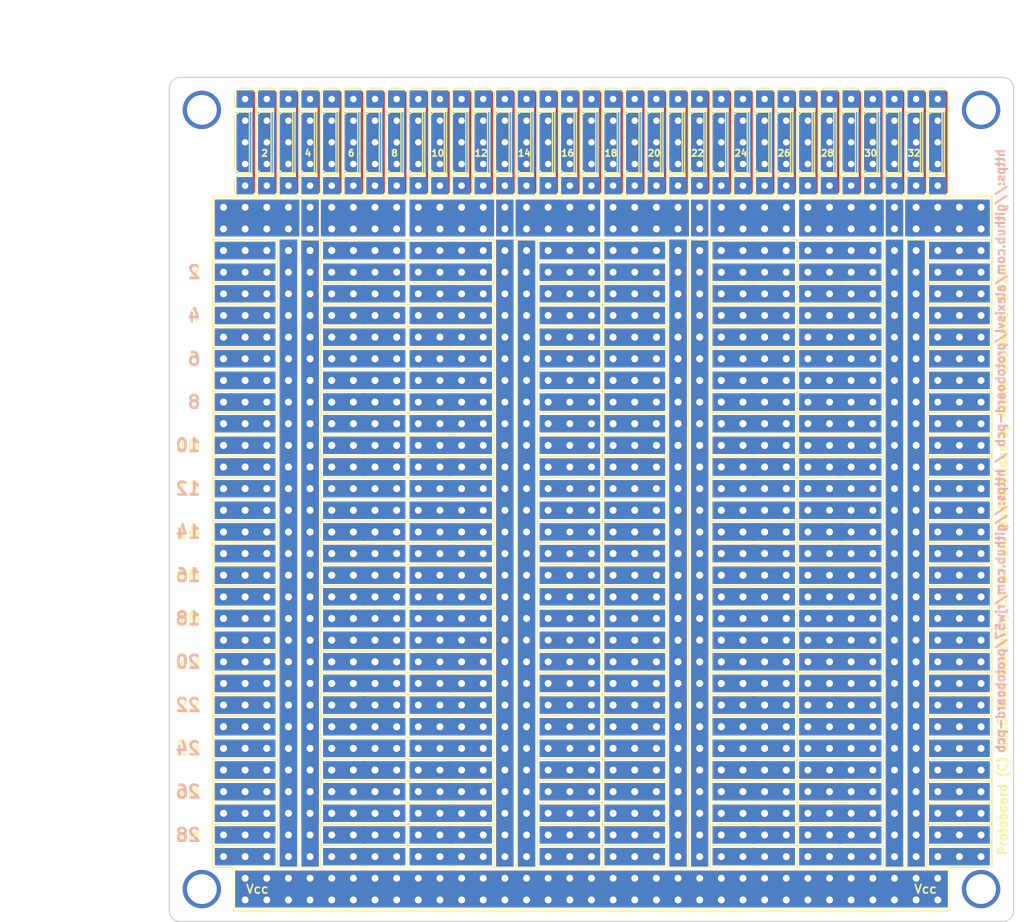
<source format=kicad_pcb>
(kicad_pcb (version 20221018) (generator pcbnew)
  (layers (0 "F.Cu" signal) (31 "B.Cu" signal) (34 "B.Paste" user) (35 "F.Paste" user) (36 "B.SilkS" user "B.Silkscreen") (37 "F.SilkS" user "F.Silkscreen") (38 "B.Mask" user) (39 "F.Mask" user) (44 "Edge.Cuts" user))
  (net 0 "")
  (footprint "generic-pcb:MountingHole_3-5mm" (layer "F.Cu") (at 101.6 46.99)
    (fp_text reference "REF**" hide)
    (fp_text value "MountingHole_3-5mm" hide)
  )
  (footprint "generic-pcb:MountingHole_3-5mm" (layer "F.Cu") (at 101.6 138.43)
    (fp_text reference "REF**" hide)
    (fp_text value "MountingHole_3-5mm" hide)
  )
  (footprint "generic-pcb:MountingHole_3-5mm" (layer "F.Cu") (at 193.04 138.43)
    (fp_text reference "REF**" hide)
    (fp_text value "MountingHole_3-5mm" hide)
  )
  (footprint "generic-pcb:MountingHole_3-5mm" (layer "F.Cu") (at 193.04 46.99)
    (fp_text reference "REF**" hide)
    (fp_text value "MountingHole_3-5mm" hide)
  )
  (footprint "generic-pcb:DIP-pads" (layer "F.Cu") (at 184.15 132.08 180)
    (fp_text reference "REF**10" hide)
    (fp_text value "DIP pads" hide)
  )
  (footprint "generic-pcb:DIP-pads" (layer "F.Cu") (at 184.15 129.54 180)
    (fp_text reference "REF**11" hide)
    (fp_text value "DIP pads" hide)
  )
  (footprint "generic-pcb:DIP-pads" (layer "F.Cu") (at 184.15 127 180)
    (fp_text reference "REF**12" hide)
    (fp_text value "DIP pads" hide)
  )
  (footprint "generic-pcb:DIP-pads" (layer "F.Cu") (at 184.15 124.46 180)
    (fp_text reference "REF**13" hide)
    (fp_text value "DIP pads" hide)
  )
  (footprint "generic-pcb:DIP-pads" (layer "F.Cu") (at 184.15 121.92 180)
    (fp_text reference "REF**14" hide)
    (fp_text value "DIP pads" hide)
  )
  (footprint "generic-pcb:DIP-pads" (layer "F.Cu") (at 184.15 119.38 180)
    (fp_text reference "REF**15" hide)
    (fp_text value "DIP pads" hide)
  )
  (footprint "generic-pcb:DIP-pads" (layer "F.Cu") (at 184.15 116.84 180)
    (fp_text reference "REF**16" hide)
    (fp_text value "DIP pads" hide)
  )
  (footprint "generic-pcb:DIP-pads" (layer "F.Cu") (at 184.15 114.3 180)
    (fp_text reference "REF**17" hide)
    (fp_text value "DIP pads" hide)
  )
  (footprint "generic-pcb:DIP-pads" (layer "F.Cu") (at 184.15 111.76 180)
    (fp_text reference "REF**18" hide)
    (fp_text value "DIP pads" hide)
  )
  (footprint "generic-pcb:DIP-pads" (layer "F.Cu") (at 184.15 109.22 180)
    (fp_text reference "REF**19" hide)
    (fp_text value "DIP pads" hide)
  )
  (footprint "generic-pcb:DIP-pads" (layer "F.Cu") (at 184.15 106.68 180)
    (fp_text reference "REF**20" hide)
    (fp_text value "DIP pads" hide)
  )
  (footprint "generic-pcb:DIP-pads" (layer "F.Cu") (at 184.15 104.14 180)
    (fp_text reference "REF**21" hide)
    (fp_text value "DIP pads" hide)
  )
  (footprint "generic-pcb:DIP-pads" (layer "F.Cu") (at 184.15 101.6 180)
    (fp_text reference "REF**22" hide)
    (fp_text value "DIP pads" hide)
  )
  (footprint "generic-pcb:DIP-pads" (layer "F.Cu") (at 184.15 99.06 180)
    (fp_text reference "REF**23" hide)
    (fp_text value "DIP pads" hide)
  )
  (footprint "generic-pcb:DIP-pads" (layer "F.Cu") (at 184.15 96.52 180)
    (fp_text reference "REF**24" hide)
    (fp_text value "DIP pads" hide)
  )
  (footprint "generic-pcb:DIP-pads" (layer "F.Cu") (at 184.15 93.98 180)
    (fp_text reference "REF**25" hide)
    (fp_text value "DIP pads" hide)
  )
  (footprint "generic-pcb:DIP-pads" (layer "F.Cu") (at 184.15 91.44 180)
    (fp_text reference "REF**26" hide)
    (fp_text value "DIP pads" hide)
  )
  (footprint "generic-pcb:DIP-pads" (layer "F.Cu") (at 184.15 88.9 180)
    (fp_text reference "REF**27" hide)
    (fp_text value "DIP pads" hide)
  )
  (footprint "generic-pcb:DIP-pads" (layer "F.Cu") (at 184.15 86.36 180)
    (fp_text reference "REF**28" hide)
    (fp_text value "DIP pads" hide)
  )
  (footprint "generic-pcb:DIP-pads" (layer "F.Cu") (at 184.15 83.82 180)
    (fp_text reference "REF**29" hide)
    (fp_text value "DIP pads" hide)
  )
  (footprint "generic-pcb:DIP-pads" (layer "F.Cu") (at 184.15 81.28 180)
    (fp_text reference "REF**30" hide)
    (fp_text value "DIP pads" hide)
  )
  (footprint "generic-pcb:DIP-pads" (layer "F.Cu") (at 184.15 78.74 180)
    (fp_text reference "REF**31" hide)
    (fp_text value "DIP pads" hide)
  )
  (footprint "generic-pcb:DIP-pads" (layer "F.Cu") (at 184.15 76.2 180)
    (fp_text reference "REF**32" hide)
    (fp_text value "DIP pads" hide)
  )
  (footprint "generic-pcb:DIP-pads" (layer "F.Cu") (at 184.15 73.66 180)
    (fp_text reference "REF**33" hide)
    (fp_text value "DIP pads" hide)
  )
  (footprint "generic-pcb:DIP-pads" (layer "F.Cu") (at 184.15 63.5 180)
    (fp_text reference "REF**34" hide)
    (fp_text value "DIP pads" hide)
  )
  (footprint "generic-pcb:DIP-pads-mirror" (layer "F.Cu") (at 158.75 134.62 180)
    (fp_text reference "REF**3" hide)
    (fp_text value "DIP pads" hide)
  )
  (footprint "generic-pcb:DIP-pads-mirror" (layer "F.Cu") (at 158.75 129.54 180)
    (fp_text reference "REF**4" hide)
    (fp_text value "DIP pads" hide)
  )
  (footprint "generic-pcb:DIP-pads-mirror" (layer "F.Cu") (at 158.75 127 180)
    (fp_text reference "REF**5" hide)
    (fp_text value "DIP pads" hide)
  )
  (footprint "generic-pcb:DIP-pads-mirror" (layer "F.Cu") (at 158.75 124.46 180)
    (fp_text reference "REF**6" hide)
    (fp_text value "DIP pads" hide)
  )
  (footprint "generic-pcb:DIP-pads-mirror" (layer "F.Cu") (at 158.75 121.92 180)
    (fp_text reference "REF**7" hide)
    (fp_text value "DIP pads" hide)
  )
  (footprint "generic-pcb:DIP-pads-mirror" (layer "F.Cu") (at 158.75 119.38 180)
    (fp_text reference "REF**8" hide)
    (fp_text value "DIP pads" hide)
  )
  (footprint "generic-pcb:DIP-pads-mirror" (layer "F.Cu") (at 158.75 116.84 180)
    (fp_text reference "REF**9" hide)
    (fp_text value "DIP pads" hide)
  )
  (footprint "generic-pcb:DIP-pads-mirror" (layer "F.Cu") (at 158.75 114.3 180)
    (fp_text reference "REF**10" hide)
    (fp_text value "DIP pads" hide)
  )
  (footprint "generic-pcb:DIP-pads-mirror" (layer "F.Cu") (at 158.75 111.76 180)
    (fp_text reference "REF**11" hide)
    (fp_text value "DIP pads" hide)
  )
  (footprint "generic-pcb:DIP-pads-mirror" (layer "F.Cu") (at 158.75 109.22 180)
    (fp_text reference "REF**12" hide)
    (fp_text value "DIP pads" hide)
  )
  (footprint "generic-pcb:DIP-pads-mirror" (layer "F.Cu") (at 158.75 106.68 180)
    (fp_text reference "REF**13" hide)
    (fp_text value "DIP pads" hide)
  )
  (footprint "generic-pcb:DIP-pads-mirror" (layer "F.Cu") (at 158.75 104.14 180)
    (fp_text reference "REF**14" hide)
    (fp_text value "DIP pads" hide)
  )
  (footprint "generic-pcb:DIP-pads-mirror" (layer "F.Cu") (at 158.75 101.6 180)
    (fp_text reference "REF**15" hide)
    (fp_text value "DIP pads" hide)
  )
  (footprint "generic-pcb:DIP-pads-mirror" (layer "F.Cu") (at 158.75 99.06 180)
    (fp_text reference "REF**16" hide)
    (fp_text value "DIP pads" hide)
  )
  (footprint "generic-pcb:DIP-pads-mirror" (layer "F.Cu") (at 158.75 96.52 180)
    (fp_text reference "REF**17" hide)
    (fp_text value "DIP pads" hide)
  )
  (footprint "generic-pcb:DIP-pads-mirror" (layer "F.Cu") (at 158.75 93.98 180)
    (fp_text reference "REF**18" hide)
    (fp_text value "DIP pads" hide)
  )
  (footprint "generic-pcb:DIP-pads-mirror" (layer "F.Cu") (at 158.75 91.44 180)
    (fp_text reference "REF**19" hide)
    (fp_text value "DIP pads" hide)
  )
  (footprint "generic-pcb:DIP-pads-mirror" (layer "F.Cu") (at 158.75 88.9 180)
    (fp_text reference "REF**20" hide)
    (fp_text value "DIP pads" hide)
  )
  (footprint "generic-pcb:DIP-pads-mirror" (layer "F.Cu") (at 158.75 86.36 180)
    (fp_text reference "REF**21" hide)
    (fp_text value "DIP pads" hide)
  )
  (footprint "generic-pcb:DIP-pads-mirror" (layer "F.Cu") (at 158.75 83.82 180)
    (fp_text reference "REF**22" hide)
    (fp_text value "DIP pads" hide)
  )
  (footprint "generic-pcb:DIP-pads-mirror" (layer "F.Cu") (at 158.75 81.28 180)
    (fp_text reference "REF**23" hide)
    (fp_text value "DIP pads" hide)
  )
  (footprint "generic-pcb:DIP-pads-mirror" (layer "F.Cu") (at 158.75 78.74 180)
    (fp_text reference "REF**24" hide)
    (fp_text value "DIP pads" hide)
  )
  (footprint "generic-pcb:DIP-pads-mirror" (layer "F.Cu") (at 158.75 76.2 180)
    (fp_text reference "REF**25" hide)
    (fp_text value "DIP pads" hide)
  )
  (footprint "generic-pcb:DIP-pads-mirror" (layer "F.Cu") (at 158.75 73.66 180)
    (fp_text reference "REF**26" hide)
    (fp_text value "DIP pads" hide)
  )
  (footprint "generic-pcb:DIP-pads-mirror" (layer "F.Cu") (at 158.75 63.5 180)
    (fp_text reference "REF**27" hide)
    (fp_text value "DIP pads" hide)
  )
  (footprint "generic-pcb:DIP-pads-mirror" (layer "F.Cu") (at 158.75 63.5 180)
    (fp_text reference "REF**27" hide)
    (fp_text value "DIP pads" hide)
  )
  (footprint "generic-pcb:DIP-pads-mirror" (layer "F.Cu") (at 158.75 73.66 180)
    (fp_text reference "REF**26" hide)
    (fp_text value "DIP pads" hide)
  )
  (footprint "generic-pcb:DIP-pads-mirror" (layer "F.Cu") (at 158.75 76.2 180)
    (fp_text reference "REF**25" hide)
    (fp_text value "DIP pads" hide)
  )
  (footprint "generic-pcb:DIP-pads-mirror" (layer "F.Cu") (at 158.75 78.74 180)
    (fp_text reference "REF**24" hide)
    (fp_text value "DIP pads" hide)
  )
  (footprint "generic-pcb:DIP-pads-mirror" (layer "F.Cu") (at 158.75 81.28 180)
    (fp_text reference "REF**23" hide)
    (fp_text value "DIP pads" hide)
  )
  (footprint "generic-pcb:DIP-pads-mirror" (layer "F.Cu") (at 158.75 83.82 180)
    (fp_text reference "REF**22" hide)
    (fp_text value "DIP pads" hide)
  )
  (footprint "generic-pcb:DIP-pads-mirror" (layer "F.Cu") (at 158.75 86.36 180)
    (fp_text reference "REF**21" hide)
    (fp_text value "DIP pads" hide)
  )
  (footprint "generic-pcb:DIP-pads-mirror" (layer "F.Cu") (at 158.75 88.9 180)
    (fp_text reference "REF**20" hide)
    (fp_text value "DIP pads" hide)
  )
  (footprint "generic-pcb:DIP-pads-mirror" (layer "F.Cu") (at 158.75 91.44 180)
    (fp_text reference "REF**19" hide)
    (fp_text value "DIP pads" hide)
  )
  (footprint "generic-pcb:DIP-pads-mirror" (layer "F.Cu") (at 158.75 93.98 180)
    (fp_text reference "REF**18" hide)
    (fp_text value "DIP pads" hide)
  )
  (footprint "generic-pcb:DIP-pads-mirror" (layer "F.Cu") (at 158.75 96.52 180)
    (fp_text reference "REF**17" hide)
    (fp_text value "DIP pads" hide)
  )
  (footprint "generic-pcb:DIP-pads-mirror" (layer "F.Cu") (at 158.75 99.06 180)
    (fp_text reference "REF**16" hide)
    (fp_text value "DIP pads" hide)
  )
  (footprint "generic-pcb:DIP-pads-mirror" (layer "F.Cu") (at 158.75 101.6 180)
    (fp_text reference "REF**15" hide)
    (fp_text value "DIP pads" hide)
  )
  (footprint "generic-pcb:DIP-pads-mirror" (layer "F.Cu") (at 158.75 104.14 180)
    (fp_text reference "REF**14" hide)
    (fp_text value "DIP pads" hide)
  )
  (footprint "generic-pcb:DIP-pads-mirror" (layer "F.Cu") (at 158.75 106.68 180)
    (fp_text reference "REF**13" hide)
    (fp_text value "DIP pads" hide)
  )
  (footprint "generic-pcb:DIP-pads-mirror" (layer "F.Cu") (at 158.75 109.22 180)
    (fp_text reference "REF**12" hide)
    (fp_text value "DIP pads" hide)
  )
  (footprint "generic-pcb:DIP-pads-mirror" (layer "F.Cu") (at 158.75 111.76 180)
    (fp_text reference "REF**11" hide)
    (fp_text value "DIP pads" hide)
  )
  (footprint "generic-pcb:DIP-pads-mirror" (layer "F.Cu") (at 158.75 114.3 180)
    (fp_text reference "REF**10" hide)
    (fp_text value "DIP pads" hide)
  )
  (footprint "generic-pcb:DIP-pads-mirror" (layer "F.Cu") (at 158.75 116.84 180)
    (fp_text reference "REF**9" hide)
    (fp_text value "DIP pads" hide)
  )
  (footprint "generic-pcb:DIP-pads-mirror" (layer "F.Cu") (at 158.75 119.38 180)
    (fp_text reference "REF**8" hide)
    (fp_text value "DIP pads" hide)
  )
  (footprint "generic-pcb:DIP-pads-mirror" (layer "F.Cu") (at 158.75 121.92 180)
    (fp_text reference "REF**7" hide)
    (fp_text value "DIP pads" hide)
  )
  (footprint "generic-pcb:DIP-pads-mirror" (layer "F.Cu") (at 158.75 124.46 180)
    (fp_text reference "REF**6" hide)
    (fp_text value "DIP pads" hide)
  )
  (footprint "generic-pcb:DIP-pads-mirror" (layer "F.Cu") (at 158.75 127 180)
    (fp_text reference "REF**5" hide)
    (fp_text value "DIP pads" hide)
  )
  (footprint "generic-pcb:DIP-pads-mirror" (layer "F.Cu") (at 158.75 129.54 180)
    (fp_text reference "REF**4" hide)
    (fp_text value "DIP pads" hide)
  )
  (footprint "generic-pcb:DIP-pads-mirror" (layer "F.Cu") (at 158.75 132.08 180)
    (fp_text reference "REF**3" hide)
    (fp_text value "DIP pads" hide)
  )
  (footprint "generic-pcb:DIP-pads-mirror" (layer "F.Cu") (at 113.03 134.62 180)
    (fp_text reference "REF**3" hide)
    (fp_text value "DIP pads" hide)
  )
  (footprint "generic-pcb:DIP-pads-mirror" (layer "F.Cu") (at 113.03 129.54 180)
    (fp_text reference "REF**4" hide)
    (fp_text value "DIP pads" hide)
  )
  (footprint "generic-pcb:DIP-pads-mirror" (layer "F.Cu") (at 113.03 127 180)
    (fp_text reference "REF**5" hide)
    (fp_text value "DIP pads" hide)
  )
  (footprint "generic-pcb:DIP-pads-mirror" (layer "F.Cu") (at 113.03 124.46 180)
    (fp_text reference "REF**6" hide)
    (fp_text value "DIP pads" hide)
  )
  (footprint "generic-pcb:DIP-pads-mirror" (layer "F.Cu") (at 113.03 121.92 180)
    (fp_text reference "REF**7" hide)
    (fp_text value "DIP pads" hide)
  )
  (footprint "generic-pcb:DIP-pads-mirror" (layer "F.Cu") (at 113.03 119.38 180)
    (fp_text reference "REF**8" hide)
    (fp_text value "DIP pads" hide)
  )
  (footprint "generic-pcb:DIP-pads-mirror" (layer "F.Cu") (at 113.03 116.84 180)
    (fp_text reference "REF**9" hide)
    (fp_text value "DIP pads" hide)
  )
  (footprint "generic-pcb:DIP-pads-mirror" (layer "F.Cu") (at 113.03 114.3 180)
    (fp_text reference "REF**10" hide)
    (fp_text value "DIP pads" hide)
  )
  (footprint "generic-pcb:DIP-pads-mirror" (layer "F.Cu") (at 113.03 111.76 180)
    (fp_text reference "REF**11" hide)
    (fp_text value "DIP pads" hide)
  )
  (footprint "generic-pcb:DIP-pads-mirror" (layer "F.Cu") (at 113.03 109.22 180)
    (fp_text reference "REF**12" hide)
    (fp_text value "DIP pads" hide)
  )
  (footprint "generic-pcb:DIP-pads-mirror" (layer "F.Cu") (at 113.03 106.68 180)
    (fp_text reference "REF**13" hide)
    (fp_text value "DIP pads" hide)
  )
  (footprint "generic-pcb:DIP-pads-mirror" (layer "F.Cu") (at 113.03 104.14 180)
    (fp_text reference "REF**14" hide)
    (fp_text value "DIP pads" hide)
  )
  (footprint "generic-pcb:DIP-pads-mirror" (layer "F.Cu") (at 113.03 101.6 180)
    (fp_text reference "REF**15" hide)
    (fp_text value "DIP pads" hide)
  )
  (footprint "generic-pcb:DIP-pads-mirror" (layer "F.Cu") (at 113.03 99.06 180)
    (fp_text reference "REF**16" hide)
    (fp_text value "DIP pads" hide)
  )
  (footprint "generic-pcb:DIP-pads-mirror" (layer "F.Cu") (at 113.03 96.52 180)
    (fp_text reference "REF**17" hide)
    (fp_text value "DIP pads" hide)
  )
  (footprint "generic-pcb:DIP-pads-mirror" (layer "F.Cu") (at 113.03 93.98 180)
    (fp_text reference "REF**18" hide)
    (fp_text value "DIP pads" hide)
  )
  (footprint "generic-pcb:DIP-pads-mirror" (layer "F.Cu") (at 113.03 91.44 180)
    (fp_text reference "REF**19" hide)
    (fp_text value "DIP pads" hide)
  )
  (footprint "generic-pcb:DIP-pads-mirror" (layer "F.Cu") (at 113.03 88.9 180)
    (fp_text reference "REF**20" hide)
    (fp_text value "DIP pads" hide)
  )
  (footprint "generic-pcb:DIP-pads-mirror" (layer "F.Cu") (at 113.03 86.36 180)
    (fp_text reference "REF**21" hide)
    (fp_text value "DIP pads" hide)
  )
  (footprint "generic-pcb:DIP-pads-mirror" (layer "F.Cu") (at 113.03 83.82 180)
    (fp_text reference "REF**22" hide)
    (fp_text value "DIP pads" hide)
  )
  (footprint "generic-pcb:DIP-pads-mirror" (layer "F.Cu") (at 113.03 81.28 180)
    (fp_text reference "REF**23" hide)
    (fp_text value "DIP pads" hide)
  )
  (footprint "generic-pcb:DIP-pads-mirror" (layer "F.Cu") (at 113.03 78.74 180)
    (fp_text reference "REF**24" hide)
    (fp_text value "DIP pads" hide)
  )
  (footprint "generic-pcb:DIP-pads-mirror" (layer "F.Cu") (at 113.03 76.2 180)
    (fp_text reference "REF**25" hide)
    (fp_text value "DIP pads" hide)
  )
  (footprint "generic-pcb:DIP-pads-mirror" (layer "F.Cu") (at 113.03 73.66 180)
    (fp_text reference "REF**26" hide)
    (fp_text value "DIP pads" hide)
  )
  (footprint "generic-pcb:DIP-pads-mirror" (layer "F.Cu") (at 113.03 63.5 180)
    (fp_text reference "REF**27" hide)
    (fp_text value "DIP pads" hide)
  )
  (footprint "generic-pcb:DIP-pads-mirror" (layer "F.Cu") (at 113.03 63.5 180)
    (fp_text reference "REF**27" hide)
    (fp_text value "DIP pads" hide)
  )
  (footprint "generic-pcb:DIP-pads-mirror" (layer "F.Cu") (at 113.03 73.66 180)
    (fp_text reference "REF**26" hide)
    (fp_text value "DIP pads" hide)
  )
  (footprint "generic-pcb:DIP-pads-mirror" (layer "F.Cu") (at 113.03 76.2 180)
    (fp_text reference "REF**25" hide)
    (fp_text value "DIP pads" hide)
  )
  (footprint "generic-pcb:DIP-pads-mirror" (layer "F.Cu") (at 113.03 78.74 180)
    (fp_text reference "REF**24" hide)
    (fp_text value "DIP pads" hide)
  )
  (footprint "generic-pcb:DIP-pads-mirror" (layer "F.Cu") (at 113.03 81.28 180)
    (fp_text reference "REF**23" hide)
    (fp_text value "DIP pads" hide)
  )
  (footprint "generic-pcb:DIP-pads-mirror" (layer "F.Cu") (at 113.03 83.82 180)
    (fp_text reference "REF**22" hide)
    (fp_text value "DIP pads" hide)
  )
  (footprint "generic-pcb:DIP-pads-mirror" (layer "F.Cu") (at 113.03 86.36 180)
    (fp_text reference "REF**21" hide)
    (fp_text value "DIP pads" hide)
  )
  (footprint "generic-pcb:DIP-pads-mirror" (layer "F.Cu") (at 113.03 88.9 180)
    (fp_text reference "REF**20" hide)
    (fp_text value "DIP pads" hide)
  )
  (footprint "generic-pcb:DIP-pads-mirror" (layer "F.Cu") (at 113.03 91.44 180)
    (fp_text reference "REF**19" hide)
    (fp_text value "DIP pads" hide)
  )
  (footprint "generic-pcb:DIP-pads-mirror" (layer "F.Cu") (at 113.03 93.98 180)
    (fp_text reference "REF**18" hide)
    (fp_text value "DIP pads" hide)
  )
  (footprint "generic-pcb:DIP-pads-mirror" (layer "F.Cu") (at 113.03 96.52 180)
    (fp_text reference "REF**17" hide)
    (fp_text value "DIP pads" hide)
  )
  (footprint "generic-pcb:DIP-pads-mirror" (layer "F.Cu") (at 113.03 99.06 180)
    (fp_text reference "REF**16" hide)
    (fp_text value "DIP pads" hide)
  )
  (footprint "generic-pcb:DIP-pads-mirror" (layer "F.Cu") (at 113.03 101.6 180)
    (fp_text reference "REF**15" hide)
    (fp_text value "DIP pads" hide)
  )
  (footprint "generic-pcb:DIP-pads-mirror" (layer "F.Cu") (at 113.03 104.14 180)
    (fp_text reference "REF**14" hide)
    (fp_text value "DIP pads" hide)
  )
  (footprint "generic-pcb:DIP-pads-mirror" (layer "F.Cu") (at 113.03 106.68 180)
    (fp_text reference "REF**13" hide)
    (fp_text value "DIP pads" hide)
  )
  (footprint "generic-pcb:DIP-pads-mirror" (layer "F.Cu") (at 113.03 109.22 180)
    (fp_text reference "REF**12" hide)
    (fp_text value "DIP pads" hide)
  )
  (footprint "generic-pcb:DIP-pads-mirror" (layer "F.Cu") (at 113.03 111.76 180)
    (fp_text reference "REF**11" hide)
    (fp_text value "DIP pads" hide)
  )
  (footprint "generic-pcb:DIP-pads-mirror" (layer "F.Cu") (at 113.03 114.3 180)
    (fp_text reference "REF**10" hide)
    (fp_text value "DIP pads" hide)
  )
  (footprint "generic-pcb:DIP-pads-mirror" (layer "F.Cu") (at 113.03 116.84 180)
    (fp_text reference "REF**9" hide)
    (fp_text value "DIP pads" hide)
  )
  (footprint "generic-pcb:DIP-pads-mirror" (layer "F.Cu") (at 113.03 119.38 180)
    (fp_text reference "REF**8" hide)
    (fp_text value "DIP pads" hide)
  )
  (footprint "generic-pcb:DIP-pads-mirror" (layer "F.Cu") (at 113.03 121.92 180)
    (fp_text reference "REF**7" hide)
    (fp_text value "DIP pads" hide)
  )
  (footprint "generic-pcb:DIP-pads-mirror" (layer "F.Cu") (at 113.03 124.46 180)
    (fp_text reference "REF**6" hide)
    (fp_text value "DIP pads" hide)
  )
  (footprint "generic-pcb:DIP-pads-mirror" (layer "F.Cu") (at 113.03 127 180)
    (fp_text reference "REF**5" hide)
    (fp_text value "DIP pads" hide)
  )
  (footprint "generic-pcb:DIP-pads-mirror" (layer "F.Cu") (at 113.03 129.54 180)
    (fp_text reference "REF**4" hide)
    (fp_text value "DIP pads" hide)
  )
  (footprint "generic-pcb:DIP-pads-mirror" (layer "F.Cu") (at 113.03 132.08 180)
    (fp_text reference "REF**3" hide)
    (fp_text value "DIP pads" hide)
  )
  (footprint "generic-pcb:DIP-pads" (layer "F.Cu") (at 138.43 63.5 180)
    (fp_text reference "REF**34" hide)
    (fp_text value "DIP pads" hide)
  )
  (footprint "generic-pcb:DIP-pads" (layer "F.Cu") (at 138.43 73.66 180)
    (fp_text reference "REF**33" hide)
    (fp_text value "DIP pads" hide)
  )
  (footprint "generic-pcb:DIP-pads" (layer "F.Cu") (at 138.43 76.2 180)
    (fp_text reference "REF**32" hide)
    (fp_text value "DIP pads" hide)
  )
  (footprint "generic-pcb:DIP-pads" (layer "F.Cu") (at 138.43 78.74 180)
    (fp_text reference "REF**31" hide)
    (fp_text value "DIP pads" hide)
  )
  (footprint "generic-pcb:DIP-pads" (layer "F.Cu") (at 138.43 81.28 180)
    (fp_text reference "REF**30" hide)
    (fp_text value "DIP pads" hide)
  )
  (footprint "generic-pcb:DIP-pads" (layer "F.Cu") (at 138.43 83.82 180)
    (fp_text reference "REF**29" hide)
    (fp_text value "DIP pads" hide)
  )
  (footprint "generic-pcb:DIP-pads" (layer "F.Cu") (at 138.43 86.36 180)
    (fp_text reference "REF**28" hide)
    (fp_text value "DIP pads" hide)
  )
  (footprint "generic-pcb:DIP-pads" (layer "F.Cu") (at 138.43 88.9 180)
    (fp_text reference "REF**27" hide)
    (fp_text value "DIP pads" hide)
  )
  (footprint "generic-pcb:DIP-pads" (layer "F.Cu") (at 138.43 91.44 180)
    (fp_text reference "REF**26" hide)
    (fp_text value "DIP pads" hide)
  )
  (footprint "generic-pcb:DIP-pads" (layer "F.Cu") (at 138.43 93.98 180)
    (fp_text reference "REF**25" hide)
    (fp_text value "DIP pads" hide)
  )
  (footprint "generic-pcb:DIP-pads" (layer "F.Cu") (at 138.43 96.52 180)
    (fp_text reference "REF**24" hide)
    (fp_text value "DIP pads" hide)
  )
  (footprint "generic-pcb:DIP-pads" (layer "F.Cu") (at 138.43 99.06 180)
    (fp_text reference "REF**23" hide)
    (fp_text value "DIP pads" hide)
  )
  (footprint "generic-pcb:DIP-pads" (layer "F.Cu") (at 138.43 101.6 180)
    (fp_text reference "REF**22" hide)
    (fp_text value "DIP pads" hide)
  )
  (footprint "generic-pcb:DIP-pads" (layer "F.Cu") (at 138.43 104.14 180)
    (fp_text reference "REF**21" hide)
    (fp_text value "DIP pads" hide)
  )
  (footprint "generic-pcb:DIP-pads" (layer "F.Cu") (at 138.43 106.68 180)
    (fp_text reference "REF**20" hide)
    (fp_text value "DIP pads" hide)
  )
  (footprint "generic-pcb:DIP-pads" (layer "F.Cu") (at 138.43 109.22 180)
    (fp_text reference "REF**19" hide)
    (fp_text value "DIP pads" hide)
  )
  (footprint "generic-pcb:DIP-pads" (layer "F.Cu") (at 138.43 111.76 180)
    (fp_text reference "REF**18" hide)
    (fp_text value "DIP pads" hide)
  )
  (footprint "generic-pcb:DIP-pads" (layer "F.Cu") (at 138.43 114.3 180)
    (fp_text reference "REF**17" hide)
    (fp_text value "DIP pads" hide)
  )
  (footprint "generic-pcb:DIP-pads" (layer "F.Cu") (at 138.43 116.84 180)
    (fp_text reference "REF**16" hide)
    (fp_text value "DIP pads" hide)
  )
  (footprint "generic-pcb:DIP-pads" (layer "F.Cu") (at 138.43 119.38 180)
    (fp_text reference "REF**15" hide)
    (fp_text value "DIP pads" hide)
  )
  (footprint "generic-pcb:DIP-pads" (layer "F.Cu") (at 138.43 121.92 180)
    (fp_text reference "REF**14" hide)
    (fp_text value "DIP pads" hide)
  )
  (footprint "generic-pcb:DIP-pads" (layer "F.Cu") (at 138.43 124.46 180)
    (fp_text reference "REF**13" hide)
    (fp_text value "DIP pads" hide)
  )
  (footprint "generic-pcb:DIP-pads" (layer "F.Cu") (at 138.43 127 180)
    (fp_text reference "REF**12" hide)
    (fp_text value "DIP pads" hide)
  )
  (footprint "generic-pcb:DIP-pads" (layer "F.Cu") (at 138.43 129.54 180)
    (fp_text reference "REF**11" hide)
    (fp_text value "DIP pads" hide)
  )
  (footprint "generic-pcb:DIP-pads" (layer "F.Cu") (at 138.43 132.08 180)
    (fp_text reference "REF**10" hide)
    (fp_text value "DIP pads" hide)
  )
  (footprint "generic-pcb:pin-connector" (layer "F.Cu") (at 106.68 49.53)
    (fp_text reference "REF**1" hide)
    (fp_text value "pin connector" hide)
  )
  (footprint "generic-pcb:pin-connector" (layer "F.Cu") (at 109.22 49.53)
    (fp_text reference "REF**2" hide)
    (fp_text value "pin connector" hide)
  )
  (footprint "generic-pcb:pin-connector" (layer "F.Cu") (at 111.76 49.53)
    (fp_text reference "REF**3" hide)
    (fp_text value "pin connector" hide)
  )
  (footprint "generic-pcb:pin-connector" (layer "F.Cu") (at 114.3 49.53)
    (fp_text reference "REF**4" hide)
    (fp_text value "pin connector" hide)
  )
  (footprint "generic-pcb:pin-connector" (layer "F.Cu") (at 116.84 49.53)
    (fp_text reference "REF**5" hide)
    (fp_text value "pin connector" hide)
  )
  (footprint "generic-pcb:pin-connector" (layer "F.Cu") (at 119.38 49.53)
    (fp_text reference "REF**6" hide)
    (fp_text value "pin connector" hide)
  )
  (footprint "generic-pcb:pin-connector" (layer "F.Cu") (at 121.92 49.53)
    (fp_text reference "REF**7" hide)
    (fp_text value "pin connector" hide)
  )
  (footprint "generic-pcb:pin-connector" (layer "F.Cu") (at 124.46 49.53)
    (fp_text reference "REF**8" hide)
    (fp_text value "pin connector" hide)
  )
  (footprint "generic-pcb:pin-connector" (layer "F.Cu") (at 127 49.53)
    (fp_text reference "REF**9" hide)
    (fp_text value "pin connector" hide)
  )
  (footprint "generic-pcb:pin-connector" (layer "F.Cu") (at 129.54 49.53)
    (fp_text reference "REF**10" hide)
    (fp_text value "pin connector" hide)
  )
  (footprint "generic-pcb:pin-connector" (layer "F.Cu") (at 132.08 49.53)
    (fp_text reference "REF**11" hide)
    (fp_text value "pin connector" hide)
  )
  (footprint "generic-pcb:pin-connector" (layer "F.Cu") (at 134.62 49.53)
    (fp_text reference "REF**12" hide)
    (fp_text value "pin connector" hide)
  )
  (footprint "generic-pcb:pin-connector" (layer "F.Cu") (at 137.16 49.53)
    (fp_text reference "REF**13" hide)
    (fp_text value "pin connector" hide)
  )
  (footprint "generic-pcb:pin-connector" (layer "F.Cu") (at 139.7 49.53)
    (fp_text reference "REF**14" hide)
    (fp_text value "pin connector" hide)
  )
  (footprint "generic-pcb:pin-connector" (layer "F.Cu") (at 142.24 49.53)
    (fp_text reference "REF**15" hide)
    (fp_text value "pin connector" hide)
  )
  (footprint "generic-pcb:pin-connector" (layer "F.Cu") (at 144.78 49.53)
    (fp_text reference "REF**16" hide)
    (fp_text value "pin connector" hide)
  )
  (footprint "generic-pcb:pin-connector" (layer "F.Cu") (at 147.32 49.53)
    (fp_text reference "REF**17" hide)
    (fp_text value "pin connector" hide)
  )
  (footprint "generic-pcb:pin-connector" (layer "F.Cu") (at 149.86 49.53)
    (fp_text reference "REF**18" hide)
    (fp_text value "pin connector" hide)
  )
  (footprint "generic-pcb:pin-connector" (layer "F.Cu") (at 152.4 49.53)
    (fp_text reference "REF**19" hide)
    (fp_text value "pin connector" hide)
  )
  (footprint "generic-pcb:pin-connector" (layer "F.Cu") (at 154.94 49.53)
    (fp_text reference "REF**20" hide)
    (fp_text value "pin connector" hide)
  )
  (footprint "generic-pcb:pin-connector" (layer "F.Cu") (at 157.48 49.53)
    (fp_text reference "REF**21" hide)
    (fp_text value "pin connector" hide)
  )
  (footprint "generic-pcb:pin-connector" (layer "F.Cu") (at 160.02 49.53)
    (fp_text reference "REF**22" hide)
    (fp_text value "pin connector" hide)
  )
  (footprint "generic-pcb:pin-connector" (layer "F.Cu") (at 162.56 49.53)
    (fp_text reference "REF**23" hide)
    (fp_text value "pin connector" hide)
  )
  (footprint "generic-pcb:pin-connector" (layer "F.Cu") (at 165.1 49.53)
    (fp_text reference "REF**24" hide)
    (fp_text value "pin connector" hide)
  )
  (footprint "generic-pcb:pin-connector" (layer "F.Cu") (at 167.64 49.53)
    (fp_text reference "REF**25" hide)
    (fp_text value "pin connector" hide)
  )
  (footprint "generic-pcb:pin-connector" (layer "F.Cu") (at 170.18 49.53)
    (fp_text reference "REF**26" hide)
    (fp_text value "pin connector" hide)
  )
  (footprint "generic-pcb:pin-connector" (layer "F.Cu") (at 172.72 49.53)
    (fp_text reference "REF**27" hide)
    (fp_text value "pin connector" hide)
  )
  (footprint "generic-pcb:pin-connector" (layer "F.Cu") (at 175.26 49.53)
    (fp_text reference "REF**28" hide)
    (fp_text value "pin connector" hide)
  )
  (footprint "generic-pcb:pin-connector" (layer "F.Cu") (at 177.8 49.53)
    (fp_text reference "REF**29" hide)
    (fp_text value "pin connector" hide)
  )
  (footprint "generic-pcb:pin-connector" (layer "F.Cu") (at 180.34 49.53)
    (fp_text reference "REF**30" hide)
    (fp_text value "pin connector" hide)
  )
  (footprint "generic-pcb:pin-connector" (layer "F.Cu") (at 182.88 49.53)
    (fp_text reference "REF**31" hide)
    (fp_text value "pin connector" hide)
  )
  (footprint "generic-pcb:pin-connector" (layer "F.Cu") (at 185.42 49.53)
    (fp_text reference "REF**32" hide)
    (fp_text value "pin connector" hide)
  )
  (footprint "generic-pcb:pin-connector" (layer "F.Cu") (at 187.96 49.53)
    (fp_text reference "REF**33" hide)
    (fp_text value "pin connector" hide)
  )
  (footprint "generic-pcb:DIP-pads" (layer "F.Cu") (at 138.43 134.62 180)
    (fp_text reference "REF**10" hide)
    (fp_text value "DIP pads" hide)
  )
  (footprint "generic-pcb:DIP-pads" (layer "F.Cu") (at 184.15 134.62 180)
    (fp_text reference "REF**10" hide)
    (fp_text value "DIP pads" hide)
  )
  (footprint "generic-pcb:Vcc-bus" (layer "F.Cu") (at 111.76 138.43)
    (fp_text reference "REF**1" hide)
    (fp_text value "vcc bus" hide)
  )
  (footprint "generic-pcb:Vcc-bus" (layer "F.Cu") (at 114.3 138.43)
    (fp_text reference "REF**2" hide)
    (fp_text value "vcc bus" hide)
  )
  (footprint "generic-pcb:Vcc-bus" (layer "F.Cu") (at 116.84 138.43)
    (fp_text reference "REF**3" hide)
    (fp_text value "vcc bus" hide)
  )
  (footprint "generic-pcb:Vcc-bus" (layer "F.Cu") (at 119.38 138.43)
    (fp_text reference "REF**4" hide)
    (fp_text value "vcc bus" hide)
  )
  (footprint "generic-pcb:Vcc-bus" (layer "F.Cu") (at 121.92 138.43)
    (fp_text reference "REF**5" hide)
    (fp_text value "vcc bus" hide)
  )
  (footprint "generic-pcb:Vcc-bus" (layer "F.Cu") (at 124.46 138.43)
    (fp_text reference "REF**6" hide)
    (fp_text value "vcc bus" hide)
  )
  (footprint "generic-pcb:Vcc-bus" (layer "F.Cu") (at 127 138.43)
    (fp_text reference "REF**7" hide)
    (fp_text value "vcc bus" hide)
  )
  (footprint "generic-pcb:Vcc-bus" (layer "F.Cu") (at 129.54 138.43)
    (fp_text reference "REF**8" hide)
    (fp_text value "vcc bus" hide)
  )
  (footprint "generic-pcb:Vcc-bus" (layer "F.Cu") (at 132.08 138.43)
    (fp_text reference "REF**9" hide)
    (fp_text value "vcc bus" hide)
  )
  (footprint "generic-pcb:Vcc-bus" (layer "F.Cu") (at 134.62 138.43)
    (fp_text reference "REF**10" hide)
    (fp_text value "vcc bus" hide)
  )
  (footprint "generic-pcb:Vcc-bus" (layer "F.Cu") (at 137.16 138.43)
    (fp_text reference "REF**11" hide)
    (fp_text value "vcc bus" hide)
  )
  (footprint "generic-pcb:Vcc-bus" (layer "F.Cu") (at 139.7 138.43)
    (fp_text reference "REF**12" hide)
    (fp_text value "vcc bus" hide)
  )
  (footprint "generic-pcb:Vcc-bus" (layer "F.Cu") (at 142.24 138.43)
    (fp_text reference "REF**13" hide)
    (fp_text value "vcc bus" hide)
  )
  (footprint "generic-pcb:Vcc-bus" (layer "F.Cu") (at 144.78 138.43)
    (fp_text reference "REF**14" hide)
    (fp_text value "vcc bus" hide)
  )
  (footprint "generic-pcb:Vcc-bus" (layer "F.Cu") (at 147.32 138.43)
    (fp_text reference "REF**15" hide)
    (fp_text value "vcc bus" hide)
  )
  (footprint "generic-pcb:Vcc-bus" (layer "F.Cu") (at 149.86 138.43)
    (fp_text reference "REF**16" hide)
    (fp_text value "vcc bus" hide)
  )
  (footprint "generic-pcb:Vcc-bus" (layer "F.Cu") (at 152.4 138.43)
    (fp_text reference "REF**17" hide)
    (fp_text value "vcc bus" hide)
  )
  (footprint "generic-pcb:Vcc-bus" (layer "F.Cu") (at 154.94 138.43)
    (fp_text reference "REF**18" hide)
    (fp_text value "vcc bus" hide)
  )
  (footprint "generic-pcb:Vcc-bus" (layer "F.Cu") (at 157.48 138.43)
    (fp_text reference "REF**19" hide)
    (fp_text value "vcc bus" hide)
  )
  (footprint "generic-pcb:Vcc-bus" (layer "F.Cu") (at 160.02 138.43)
    (fp_text reference "REF**20" hide)
    (fp_text value "vcc bus" hide)
  )
  (footprint "generic-pcb:Vcc-bus" (layer "F.Cu") (at 162.56 138.43)
    (fp_text reference "REF**21" hide)
    (fp_text value "vcc bus" hide)
  )
  (footprint "generic-pcb:Vcc-bus" (layer "F.Cu") (at 165.1 138.43)
    (fp_text reference "REF**22" hide)
    (fp_text value "vcc bus" hide)
  )
  (footprint "generic-pcb:Vcc-bus" (layer "F.Cu") (at 167.64 138.43)
    (fp_text reference "REF**23" hide)
    (fp_text value "vcc bus" hide)
  )
  (footprint "generic-pcb:Vcc-bus" (layer "F.Cu") (at 170.18 138.43)
    (fp_text reference "REF**24" hide)
    (fp_text value "vcc bus" hide)
  )
  (footprint "generic-pcb:Vcc-bus" (layer "F.Cu") (at 172.72 138.43)
    (fp_text reference "REF**25" hide)
    (fp_text value "vcc bus" hide)
  )
  (footprint "generic-pcb:Vcc-bus" (layer "F.Cu") (at 175.26 138.43)
    (fp_text reference "REF**26" hide)
    (fp_text value "vcc bus" hide)
  )
  (footprint "generic-pcb:Vcc-bus" (layer "F.Cu") (at 177.8 138.43)
    (fp_text reference "REF**27" hide)
    (fp_text value "vcc bus" hide)
  )
  (footprint "generic-pcb:Vcc-bus" (layer "F.Cu") (at 180.34 138.43)
    (fp_text reference "REF**28" hide)
    (fp_text value "vcc bus" hide)
  )
  (footprint "generic-pcb:Vcc-bus" (layer "F.Cu") (at 182.88 138.43)
    (fp_text reference "REF**29" hide)
    (fp_text value "vcc bus" hide)
  )
  (footprint "generic-pcb:Vcc-bus" (layer "F.Cu") (at 185.42 138.43)
    (fp_text reference "REF**30" hide)
    (fp_text value "vcc bus" hide)
  )
  (footprint "generic-pcb:Vcc-bus" (layer "F.Cu") (at 187.96 138.43)
    (fp_text reference "REF**30" hide)
    (fp_text value "vcc bus" hide)
  )
  (footprint "generic-pcb:Vcc-bus" (layer "F.Cu") (at 109.22 138.43)
    (fp_text reference "REF**1" hide)
    (fp_text value "vcc bus" hide)
  )
  (footprint "generic-pcb:DIP-pads" (layer "F.Cu") (at 184.15 66.04 180)
    (fp_text reference "REF**34" hide)
    (fp_text value "DIP pads" hide)
  )
  (footprint "generic-pcb:DIP-pads" (layer "F.Cu") (at 184.15 68.58 180)
    (fp_text reference "REF**34" hide)
    (fp_text value "DIP pads" hide)
  )
  (footprint "generic-pcb:DIP-pads" (layer "F.Cu") (at 184.15 71.12 180)
    (fp_text reference "REF**34" hide)
    (fp_text value "DIP pads" hide)
  )
  (footprint "generic-pcb:DIP-pads-mirror" (layer "F.Cu") (at 158.75 66.04 180)
    (fp_text reference "REF**27" hide)
    (fp_text value "DIP pads" hide)
  )
  (footprint "generic-pcb:DIP-pads-mirror" (layer "F.Cu") (at 158.75 68.58 180)
    (fp_text reference "REF**27" hide)
    (fp_text value "DIP pads" hide)
  )
  (footprint "generic-pcb:DIP-pads-mirror" (layer "F.Cu") (at 158.75 71.12 180)
    (fp_text reference "REF**27" hide)
    (fp_text value "DIP pads" hide)
  )
  (footprint "generic-pcb:DIP-pads" (layer "F.Cu") (at 138.43 66.04 180)
    (fp_text reference "REF**34" hide)
    (fp_text value "DIP pads" hide)
  )
  (footprint "generic-pcb:DIP-pads" (layer "F.Cu") (at 138.43 68.58 180)
    (fp_text reference "REF**34" hide)
    (fp_text value "DIP pads" hide)
  )
  (footprint "generic-pcb:DIP-pads" (layer "F.Cu") (at 138.43 71.12 180)
    (fp_text reference "REF**34" hide)
    (fp_text value "DIP pads" hide)
  )
  (footprint "generic-pcb:DIP-pads-mirror" (layer "F.Cu") (at 113.03 66.04 180)
    (fp_text reference "REF**27" hide)
    (fp_text value "DIP pads" hide)
  )
  (footprint "generic-pcb:DIP-pads-mirror" (layer "F.Cu") (at 113.03 68.58 180)
    (fp_text reference "REF**27" hide)
    (fp_text value "DIP pads" hide)
  )
  (footprint "generic-pcb:DIP-pads-mirror" (layer "F.Cu") (at 113.03 71.12 180)
    (fp_text reference "REF**27" hide)
    (fp_text value "DIP pads" hide)
  )
  (footprint "generic-pcb:Vcc-bus" (layer "F.Cu") (at 106.68 138.43)
    (fp_text reference "REF**1" hide)
    (fp_text value "vcc bus" hide)
  )
  (footprint "generic-pcb:gnd-bus" (layer "F.Cu") (at 113.03 60.96)
    (fp_text reference "REF**8" hide)
    (fp_text value "GND bus" hide)
  )
  (footprint "generic-pcb:DIP-pads-mirror" (layer "F.Cu") (at 158.75 83.82 180)
    (fp_text reference "REF**22" hide)
    (fp_text value "DIP pads" hide)
  )
  (footprint "generic-pcb:gnd-bus" (layer "F.Cu") (at 135.89 60.96)
    (fp_text reference "REF**8" hide)
    (fp_text value "GND bus" hide)
  )
  (footprint "generic-pcb:gnd-bus" (layer "F.Cu") (at 158.75 60.96)
    (fp_text reference "REF**8" hide)
    (fp_text value "GND bus" hide)
  )
  (footprint "generic-pcb:gnd-bus" (layer "F.Cu") (at 181.61 60.96)
    (fp_text reference "REF**8" hide)
    (fp_text value "GND bus" hide)
  )
  (gr_line (start 138.43 135.89) (end 138.43 62.23) (stroke (width 0.2)) (layer "F.SilkS"))
  (gr_line (start 113.03 62.23) (end 115.57 62.23) (stroke (width 0.2)) (layer "F.SilkS"))
  (gr_line (start 105.41 135.89) (end 105.41 140.97) (stroke (width 0.2)) (layer "F.SilkS"))
  (gr_line (start 184.15 135.89) (end 184.15 62.23) (stroke (width 0.2)) (layer "F.SilkS"))
  (gr_line (start 189.23 57.15) (end 102.87 57.15) (stroke (width 0.2)) (layer "F.SilkS"))
  (gr_line (start 158.75 62.23) (end 161.29 62.23) (stroke (width 0.2)) (layer "F.SilkS"))
  (gr_line (start 138.43 62.23) (end 140.97 62.23) (stroke (width 0.2)) (layer "F.SilkS"))
  (gr_line (start 102.87 57.15) (end 102.87 60.96) (stroke (width 0.2)) (layer "F.SilkS"))
  (gr_line (start 194.31 59.69) (end 194.31 64.77) (stroke (width 0.2)) (layer "F.SilkS"))
  (gr_line (start 105.41 140.97) (end 189.23 140.97) (stroke (width 0.2)) (layer "F.SilkS"))
  (gr_line (start 194.31 59.69) (end 194.31 57.15) (stroke (width 0.2)) (layer "F.SilkS"))
  (gr_line (start 189.23 135.89) (end 105.41 135.89) (stroke (width 0.2)) (layer "F.SilkS"))
  (gr_line (start 184.15 62.23) (end 186.69 62.23) (stroke (width 0.2)) (layer "F.SilkS"))
  (gr_line (start 113.03 62.23) (end 113.03 135.89) (stroke (width 0.2)) (layer "F.SilkS"))
  (gr_line (start 158.75 62.23) (end 158.75 135.89) (stroke (width 0.2)) (layer "F.SilkS"))
  (gr_line (start 194.31 57.15) (end 189.23 57.15) (stroke (width 0.2)) (layer "F.SilkS"))
  (gr_line (start 189.23 140.97) (end 189.23 135.89) (stroke (width 0.2)) (layer "F.SilkS"))
  (gr_line (start 102.87 59.69) (end 102.87 64.77) (stroke (width 0.2)) (layer "F.SilkS"))
  (gr_arc (start 97.79 44.45) (mid 98.161974 43.551974) (end 99.06 43.18) (stroke (width 0.15)) (layer "Edge.Cuts"))
  (gr_line (start 97.79 44.45) (end 97.79 140.97) (stroke (width 0.15)) (layer "Edge.Cuts"))
  (gr_line (start 195.58 43.18) (end 99.06 43.18) (stroke (width 0.15)) (layer "Edge.Cuts"))
  (gr_line (start 196.85 140.97) (end 196.85 44.45) (stroke (width 0.15)) (layer "Edge.Cuts"))
  (gr_line (start 99.06 142.24) (end 195.58 142.24) (stroke (width 0.15)) (layer "Edge.Cuts"))
  (gr_arc (start 99.06 142.24) (mid 98.161974 141.868026) (end 97.79 140.97) (stroke (width 0.15)) (layer "Edge.Cuts"))
  (gr_arc (start 195.58 43.18) (mid 196.478026 43.551974) (end 196.85 44.45) (stroke (width 0.15)) (layer "Edge.Cuts"))
  (gr_arc (start 196.85 140.97) (mid 196.478026 141.868026) (end 195.58 142.24) (stroke (width 0.15)) (layer "Edge.Cuts"))
  (gr_text "26" (at 101.6 127) (layer "B.SilkS") (effects (font (size 1.5 1.5) (thickness 0.3)) (justify left mirror)))
  (gr_text "24" (at 101.6 121.92) (layer "B.SilkS") (effects (font (size 1.5 1.5) (thickness 0.3)) (justify left mirror)))
  (gr_text "22" (at 101.6 116.84) (layer "B.SilkS") (effects (font (size 1.5 1.5) (thickness 0.3)) (justify left mirror)))
  (gr_text "20" (at 101.6 111.76) (layer "B.SilkS") (effects (font (size 1.5 1.5) (thickness 0.3)) (justify left mirror)))
  (gr_text "18" (at 101.6 106.68) (layer "B.SilkS") (effects (font (size 1.5 1.5) (thickness 0.3)) (justify left mirror)))
  (gr_text "16" (at 101.6 101.6) (layer "B.SilkS") (effects (font (size 1.5 1.5) (thickness 0.3)) (justify left mirror)))
  (gr_text "14" (at 101.6 96.52) (layer "B.SilkS") (effects (font (size 1.5 1.5) (thickness 0.3)) (justify left mirror)))
  (gr_text "12" (at 101.6 91.44) (layer "B.SilkS") (effects (font (size 1.5 1.5) (thickness 0.3)) (justify left mirror)))
  (gr_text "10" (at 101.6 86.36) (layer "B.SilkS") (effects (font (size 1.5 1.5) (thickness 0.3)) (justify left mirror)))
  (gr_text "8" (at 101.6 81.28) (layer "B.SilkS") (effects (font (size 1.5 1.5) (thickness 0.3)) (justify left mirror)))
  (gr_text "6" (at 101.6 76.2) (layer "B.SilkS") (effects (font (size 1.5 1.5) (thickness 0.3)) (justify left mirror)))
  (gr_text "4" (at 101.6 71.12) (layer "B.SilkS") (effects (font (size 1.5 1.5) (thickness 0.3)) (justify left mirror)))
  (gr_text "2" (at 101.6 66.04) (layer "B.SilkS") (effects (font (size 1.5 1.5) (thickness 0.3)) (justify left mirror)))
  (gr_text "28" (at 101.6 132.08) (layer "B.SilkS") (effects (font (size 1.5 1.5) (thickness 0.3)) (justify left mirror)))
  (gr_text "https://github.com/alexisvl/protoboard-pcb / https://github.com/rjw57/protoboard-pcb" (at 195.326 51.435 90) (layer "B.SilkS") (effects (font (size 1.016 1.016) (thickness 0.254)) (justify left mirror)))
  (gr_text "4" (at 101.6 71.12) (layer "F.SilkS") (effects (font (size 1.5 1.5) (thickness 0.3)) (justify right)))
  (gr_text "6" (at 101.6 76.2) (layer "F.SilkS") (effects (font (size 1.5 1.5) (thickness 0.3)) (justify right)))
  (gr_text "8" (at 101.6 81.28) (layer "F.SilkS") (effects (font (size 1.5 1.5) (thickness 0.3)) (justify right)))
  (gr_text "10" (at 101.6 86.36) (layer "F.SilkS") (effects (font (size 1.5 1.5) (thickness 0.3)) (justify right)))
  (gr_text "12" (at 101.6 91.44) (layer "F.SilkS") (effects (font (size 1.5 1.5) (thickness 0.3)) (justify right)))
  (gr_text "14" (at 101.6 96.52) (layer "F.SilkS") (effects (font (size 1.5 1.5) (thickness 0.3)) (justify right)))
  (gr_text "16" (at 101.6 101.6) (layer "F.SilkS") (effects (font (size 1.5 1.5) (thickness 0.3)) (justify right)))
  (gr_text "18" (at 101.6 106.68) (layer "F.SilkS") (effects (font (size 1.5 1.5) (thickness 0.3)) (justify right)))
  (gr_text "20" (at 101.6 111.76) (layer "F.SilkS") (effects (font (size 1.5 1.5) (thickness 0.3)) (justify right)))
  (gr_text "22" (at 101.6 116.84) (layer "F.SilkS") (effects (font (size 1.5 1.5) (thickness 0.3)) (justify right)))
  (gr_text "24" (at 101.6 121.92) (layer "F.SilkS") (effects (font (size 1.5 1.5) (thickness 0.3)) (justify right)))
  (gr_text "26" (at 101.6 127) (layer "F.SilkS") (effects (font (size 1.5 1.5) (thickness 0.3)) (justify right)))
  (gr_text "Vcc" (at 187.96 138.43) (layer "F.SilkS") (effects (font (size 1.016 1.016) (thickness 0.1905)) (justify right)))
  (gr_text "28" (at 101.6 132.08) (layer "F.SilkS") (effects (font (size 1.5 1.5) (thickness 0.3)) (justify right)))
  (gr_text "4" (at 114.046 52.07) (layer "F.SilkS") (effects (font (size 0.762 0.762) (thickness 0.1905))))
  (gr_text "6" (at 119.126 52.07) (layer "F.SilkS") (effects (font (size 0.762 0.762) (thickness 0.1905))))
  (gr_text "8" (at 124.206 52.07) (layer "F.SilkS") (effects (font (size 0.762 0.762) (thickness 0.1905))))
  (gr_text "10" (at 129.286 52.07) (layer "F.SilkS") (effects (font (size 0.762 0.762) (thickness 0.1905))))
  (gr_text "12" (at 134.366 52.07) (layer "F.SilkS") (effects (font (size 0.762 0.762) (thickness 0.1905))))
  (gr_text "14" (at 139.446 52.07) (layer "F.SilkS") (effects (font (size 0.762 0.762) (thickness 0.1905))))
  (gr_text "16" (at 144.526 52.07) (layer "F.SilkS") (effects (font (size 0.762 0.762) (thickness 0.1905))))
  (gr_text "18" (at 149.606 52.07) (layer "F.SilkS") (effects (font (size 0.762 0.762) (thickness 0.1905))))
  (gr_text "20" (at 154.686 52.07) (layer "F.SilkS") (effects (font (size 0.762 0.762) (thickness 0.1905))))
  (gr_text "22" (at 159.766 52.07) (layer "F.SilkS") (effects (font (size 0.762 0.762) (thickness 0.1905))))
  (gr_text "24" (at 164.846 52.07) (layer "F.SilkS") (effects (font (size 0.762 0.762) (thickness 0.1905))))
  (gr_text "26" (at 169.926 52.07) (layer "F.SilkS") (effects (font (size 0.762 0.762) (thickness 0.1905))))
  (gr_text "28" (at 175.006 52.07) (layer "F.SilkS") (effects (font (size 0.762 0.762) (thickness 0.1905))))
  (gr_text "30" (at 180.086 52.07) (layer "F.SilkS") (effects (font (size 0.762 0.762) (thickness 0.1905))))
  (gr_text "32" (at 185.166 52.07) (layer "F.SilkS") (effects (font (size 0.762 0.762) (thickness 0.1905))))
  (gr_text "2" (at 108.966 52.07) (layer "F.SilkS") (effects (font (size 0.762 0.762) (thickness 0.1905))))
  (gr_text "2" (at 101.6 66.04) (layer "F.SilkS") (effects (font (size 1.5 1.5) (thickness 0.3)) (justify right)))
  (gr_text "Protoboard (C) 2015 Rich Wareham, CC BY-SA. Modifications by Alexis Lockwood, 2020." (at 195.58 134.62 90) (layer "F.SilkS") (effects (font (size 1.016 1.016) (thickness 0.254)) (justify left)))
  (gr_text "Vcc" (at 106.68 138.43) (layer "F.SilkS") (effects (font (size 1.016 1.016) (thickness 0.1905)) (justify left)))
)
</source>
